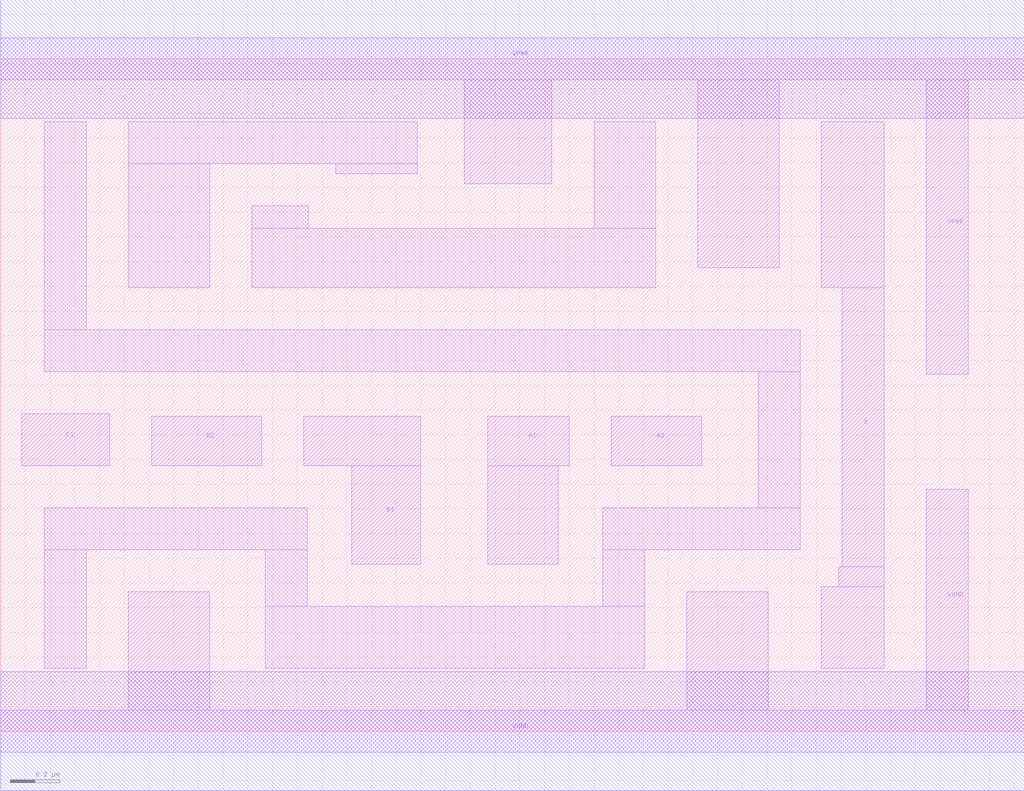
<source format=lef>
# Copyright 2020 The SkyWater PDK Authors
#
# Licensed under the Apache License, Version 2.0 (the "License");
# you may not use this file except in compliance with the License.
# You may obtain a copy of the License at
#
#     https://www.apache.org/licenses/LICENSE-2.0
#
# Unless required by applicable law or agreed to in writing, software
# distributed under the License is distributed on an "AS IS" BASIS,
# WITHOUT WARRANTIES OR CONDITIONS OF ANY KIND, either express or implied.
# See the License for the specific language governing permissions and
# limitations under the License.
#
# SPDX-License-Identifier: Apache-2.0

VERSION 5.5 ;
NAMESCASESENSITIVE ON ;
BUSBITCHARS "[]" ;
DIVIDERCHAR "/" ;
MACRO sky130_fd_sc_hd__a221o_2
  CLASS CORE ;
  SOURCE USER ;
  ORIGIN  0.000000  0.000000 ;
  SIZE  4.140000 BY  2.720000 ;
  SYMMETRY X Y R90 ;
  SITE unithd ;
  PIN A1
    ANTENNAGATEAREA  0.247500 ;
    DIRECTION INPUT ;
    USE SIGNAL ;
    PORT
      LAYER li1 ;
        RECT 1.970000 0.675000 2.255000 1.075000 ;
        RECT 1.970000 1.075000 2.300000 1.275000 ;
    END
  END A1
  PIN A2
    ANTENNAGATEAREA  0.247500 ;
    DIRECTION INPUT ;
    USE SIGNAL ;
    PORT
      LAYER li1 ;
        RECT 2.470000 1.075000 2.835000 1.275000 ;
    END
  END A2
  PIN B1
    ANTENNAGATEAREA  0.247500 ;
    DIRECTION INPUT ;
    USE SIGNAL ;
    PORT
      LAYER li1 ;
        RECT 1.225000 1.075000 1.700000 1.275000 ;
        RECT 1.420000 0.675000 1.700000 1.075000 ;
    END
  END B1
  PIN B2
    ANTENNAGATEAREA  0.247500 ;
    DIRECTION INPUT ;
    USE SIGNAL ;
    PORT
      LAYER li1 ;
        RECT 0.610000 1.075000 1.055000 1.275000 ;
    END
  END B2
  PIN C1
    ANTENNAGATEAREA  0.247500 ;
    DIRECTION INPUT ;
    USE SIGNAL ;
    PORT
      LAYER li1 ;
        RECT 0.085000 1.075000 0.440000 1.285000 ;
    END
  END C1
  PIN X
    ANTENNADIFFAREA  0.445500 ;
    DIRECTION OUTPUT ;
    USE SIGNAL ;
    PORT
      LAYER li1 ;
        RECT 3.320000 0.255000 3.575000 0.585000 ;
        RECT 3.320000 1.795000 3.575000 2.465000 ;
        RECT 3.390000 0.585000 3.575000 0.665000 ;
        RECT 3.405000 0.665000 3.575000 1.795000 ;
    END
  END X
  PIN VGND
    DIRECTION INOUT ;
    SHAPE ABUTMENT ;
    USE GROUND ;
    PORT
      LAYER li1 ;
        RECT 0.000000 -0.085000 4.140000 0.085000 ;
        RECT 0.515000  0.085000 0.845000 0.565000 ;
        RECT 2.775000  0.085000 3.105000 0.565000 ;
        RECT 3.745000  0.085000 3.915000 0.980000 ;
    END
    PORT
      LAYER met1 ;
        RECT 0.000000 -0.240000 4.140000 0.240000 ;
    END
  END VGND
  PIN VNB
    DIRECTION INOUT ;
    USE GROUND ;
    PORT
    END
  END VNB
  PIN VPB
    DIRECTION INOUT ;
    USE POWER ;
    PORT
    END
  END VPB
  PIN VPWR
    DIRECTION INOUT ;
    SHAPE ABUTMENT ;
    USE POWER ;
    PORT
      LAYER li1 ;
        RECT 0.000000 2.635000 4.140000 2.805000 ;
        RECT 1.875000 2.215000 2.230000 2.635000 ;
        RECT 2.820000 1.875000 3.150000 2.635000 ;
        RECT 3.745000 1.445000 3.915000 2.635000 ;
    END
    PORT
      LAYER met1 ;
        RECT 0.000000 2.480000 4.140000 2.960000 ;
    END
  END VPWR
  OBS
    LAYER li1 ;
      RECT 0.175000 0.255000 0.345000 0.735000 ;
      RECT 0.175000 0.735000 1.240000 0.905000 ;
      RECT 0.175000 1.455000 3.235000 1.625000 ;
      RECT 0.175000 1.625000 0.345000 2.465000 ;
      RECT 0.515000 1.795000 0.845000 2.295000 ;
      RECT 0.515000 2.295000 1.685000 2.465000 ;
      RECT 1.015000 1.795000 2.650000 2.035000 ;
      RECT 1.015000 2.035000 1.245000 2.125000 ;
      RECT 1.070000 0.255000 2.605000 0.505000 ;
      RECT 1.070000 0.505000 1.240000 0.735000 ;
      RECT 1.355000 2.255000 1.685000 2.295000 ;
      RECT 2.400000 2.035000 2.650000 2.465000 ;
      RECT 2.435000 0.505000 2.605000 0.735000 ;
      RECT 2.435000 0.735000 3.235000 0.905000 ;
      RECT 3.065000 0.905000 3.235000 1.455000 ;
  END
END sky130_fd_sc_hd__a221o_2
END LIBRARY

</source>
